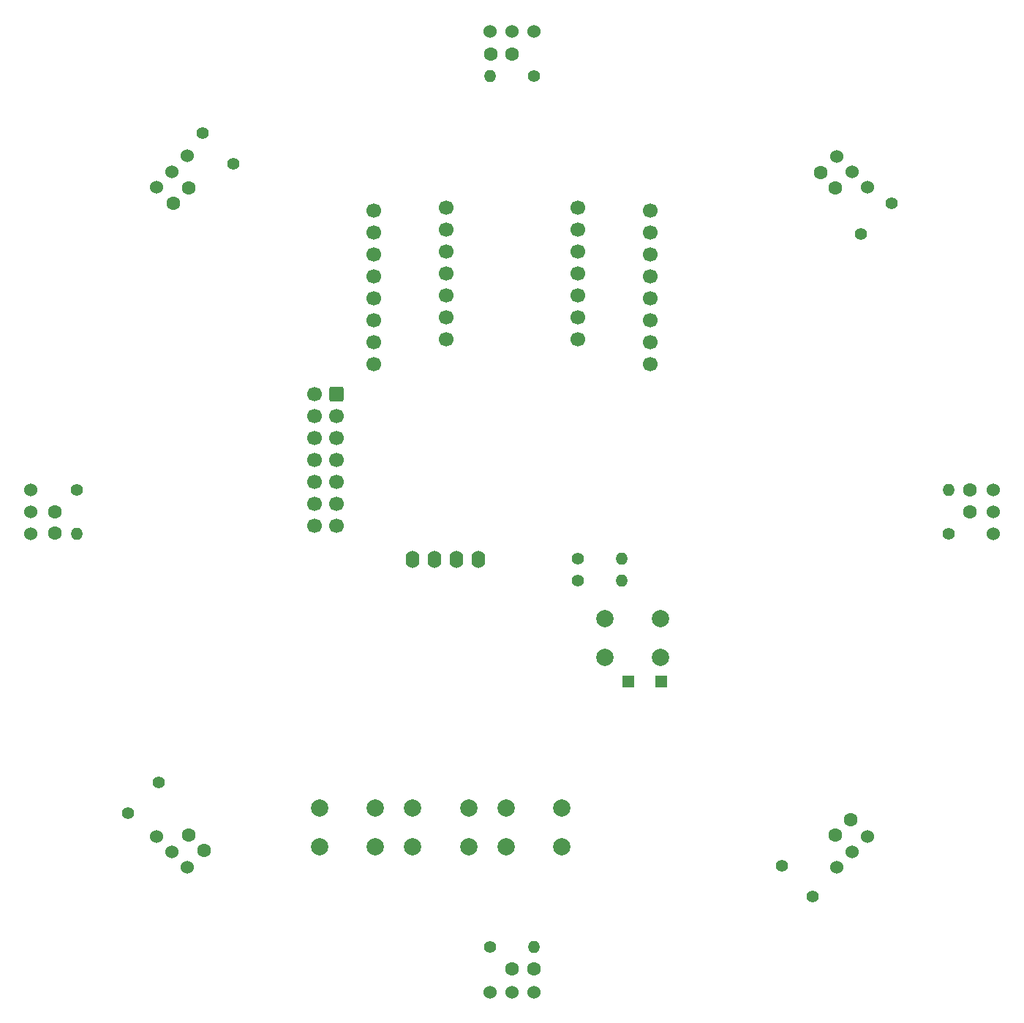
<source format=gbr>
%TF.GenerationSoftware,KiCad,Pcbnew,(6.0.11)*%
%TF.CreationDate,2023-10-13T17:07:53+09:00*%
%TF.ProjectId,sensors_board,73656e73-6f72-4735-9f62-6f6172642e6b,rev?*%
%TF.SameCoordinates,Original*%
%TF.FileFunction,Soldermask,Bot*%
%TF.FilePolarity,Negative*%
%FSLAX46Y46*%
G04 Gerber Fmt 4.6, Leading zero omitted, Abs format (unit mm)*
G04 Created by KiCad (PCBNEW (6.0.11)) date 2023-10-13 17:07:53*
%MOMM*%
%LPD*%
G01*
G04 APERTURE LIST*
G04 Aperture macros list*
%AMRoundRect*
0 Rectangle with rounded corners*
0 $1 Rounding radius*
0 $2 $3 $4 $5 $6 $7 $8 $9 X,Y pos of 4 corners*
0 Add a 4 corners polygon primitive as box body*
4,1,4,$2,$3,$4,$5,$6,$7,$8,$9,$2,$3,0*
0 Add four circle primitives for the rounded corners*
1,1,$1+$1,$2,$3*
1,1,$1+$1,$4,$5*
1,1,$1+$1,$6,$7*
1,1,$1+$1,$8,$9*
0 Add four rect primitives between the rounded corners*
20,1,$1+$1,$2,$3,$4,$5,0*
20,1,$1+$1,$4,$5,$6,$7,0*
20,1,$1+$1,$6,$7,$8,$9,0*
20,1,$1+$1,$8,$9,$2,$3,0*%
%AMHorizOval*
0 Thick line with rounded ends*
0 $1 width*
0 $2 $3 position (X,Y) of the first rounded end (center of the circle)*
0 $4 $5 position (X,Y) of the second rounded end (center of the circle)*
0 Add line between two ends*
20,1,$1,$2,$3,$4,$5,0*
0 Add two circle primitives to create the rounded ends*
1,1,$1,$2,$3*
1,1,$1,$4,$5*%
G04 Aperture macros list end*
%ADD10C,2.000000*%
%ADD11R,1.350000X1.350000*%
%ADD12C,1.400000*%
%ADD13O,1.400000X1.400000*%
%ADD14C,1.600000*%
%ADD15HorizOval,1.400000X0.000000X0.000000X0.000000X0.000000X0*%
%ADD16C,1.700000*%
%ADD17HorizOval,1.400000X0.000000X0.000000X0.000000X0.000000X0*%
%ADD18HorizOval,1.400000X0.000000X0.000000X0.000000X0.000000X0*%
%ADD19HorizOval,1.400000X0.000000X0.000000X0.000000X0.000000X0*%
%ADD20O,1.600000X2.000000*%
%ADD21C,1.524000*%
%ADD22RoundRect,0.250000X0.600000X0.600000X-0.600000X0.600000X-0.600000X-0.600000X0.600000X-0.600000X0*%
G04 APERTURE END LIST*
D10*
%TO.C,SW1*%
X147395000Y-136815000D03*
X140895000Y-136815000D03*
X140895000Y-141315000D03*
X147395000Y-141315000D03*
%TD*%
D11*
%TO.C,REF\u002A\u002A*%
X165862000Y-122174000D03*
%TD*%
D12*
%TO.C,R3*%
X202952545Y-105030000D03*
D13*
X202952545Y-99950000D03*
%TD*%
D14*
%TO.C,C2*%
X189848375Y-65041625D03*
X188080608Y-63273858D03*
%TD*%
D12*
%TO.C,R4*%
X187216051Y-147084051D03*
D15*
X183623949Y-143491949D03*
%TD*%
D10*
%TO.C,SW5*%
X169620000Y-119344000D03*
X163120000Y-119344000D03*
X169620000Y-114844000D03*
X163120000Y-114844000D03*
%TD*%
D14*
%TO.C,C6*%
X114951625Y-139938375D03*
X116719392Y-141706142D03*
%TD*%
D12*
%TO.C,R7*%
X101980000Y-99950000D03*
D13*
X101980000Y-105030000D03*
%TD*%
D10*
%TO.C,SW2*%
X130100000Y-136815000D03*
X136600000Y-136815000D03*
X130100000Y-141315000D03*
X136600000Y-141315000D03*
%TD*%
D14*
%TO.C,C8*%
X114951625Y-65041625D03*
X113183858Y-66809392D03*
%TD*%
%TO.C,C7*%
X99440000Y-102490000D03*
X99440000Y-104990000D03*
%TD*%
%TO.C,C4*%
X189848375Y-139938375D03*
X191616142Y-138170608D03*
%TD*%
%TO.C,C1*%
X152400000Y-49530000D03*
X149900000Y-49530000D03*
%TD*%
D11*
%TO.C,REF\u002A\u002A*%
X169672000Y-122174000D03*
%TD*%
D16*
%TO.C,U9*%
X144780000Y-67310000D03*
X144780000Y-69850000D03*
X144780000Y-72390000D03*
X144780000Y-74930000D03*
X144780000Y-77470000D03*
X144780000Y-80010000D03*
X144780000Y-82550000D03*
X160020000Y-82550000D03*
X160020000Y-80010000D03*
X160020000Y-77470000D03*
X160020000Y-74930000D03*
X160020000Y-72390000D03*
X160020000Y-69850000D03*
X160020000Y-67310000D03*
%TD*%
D12*
%TO.C,R8*%
X116567949Y-58655949D03*
D17*
X120160051Y-62248051D03*
%TD*%
D12*
%TO.C,R10*%
X160020000Y-107950000D03*
D13*
X165100000Y-107950000D03*
%TD*%
D12*
%TO.C,R6*%
X107931949Y-137432051D03*
D18*
X111524051Y-133839949D03*
%TD*%
D12*
%TO.C,R5*%
X149860000Y-152910000D03*
D13*
X154940000Y-152910000D03*
%TD*%
D14*
%TO.C,C5*%
X152400000Y-155450000D03*
X154900000Y-155450000D03*
%TD*%
D10*
%TO.C,SW3*%
X151690000Y-136815000D03*
X158190000Y-136815000D03*
X151690000Y-141315000D03*
X158190000Y-141315000D03*
%TD*%
D12*
%TO.C,R2*%
X196360051Y-66783949D03*
D19*
X192767949Y-70376051D03*
%TD*%
D12*
%TO.C,R1*%
X154940000Y-52070000D03*
D13*
X149860000Y-52070000D03*
%TD*%
D20*
%TO.C,Brd1*%
X140860000Y-108065000D03*
X143400000Y-108065000D03*
X145940000Y-108065000D03*
X148480000Y-108065000D03*
%TD*%
D14*
%TO.C,C3*%
X205360000Y-102490000D03*
X205360000Y-99990000D03*
%TD*%
D12*
%TO.C,R9*%
X160020000Y-110490000D03*
D13*
X165100000Y-110490000D03*
%TD*%
D21*
%TO.C,U1*%
X154940000Y-46857455D03*
X152400000Y-46857455D03*
X149860000Y-46857455D03*
%TD*%
%TO.C,U8*%
X114817275Y-61315172D03*
X113021224Y-63111224D03*
X111225172Y-64907275D03*
%TD*%
D16*
%TO.C,U10*%
X136400000Y-67621000D03*
X136400000Y-70161000D03*
X136400000Y-72701000D03*
X136400000Y-75241000D03*
X136400000Y-77781000D03*
X136400000Y-80321000D03*
X136400000Y-82861000D03*
X136400000Y-85401000D03*
X168400000Y-85401000D03*
X168400000Y-82861000D03*
X168400000Y-80321000D03*
X168400000Y-77781000D03*
X168400000Y-75241000D03*
X168400000Y-72701000D03*
X168400000Y-70161000D03*
X168400000Y-67621000D03*
%TD*%
D21*
%TO.C,U3*%
X208090000Y-105030000D03*
X208090000Y-102490000D03*
X208090000Y-99950000D03*
%TD*%
D22*
%TO.C,J1*%
X132080000Y-88900000D03*
D16*
X129540000Y-88900000D03*
X132080000Y-91440000D03*
X129540000Y-91440000D03*
X132080000Y-93980000D03*
X129540000Y-93980000D03*
X132080000Y-96520000D03*
X129540000Y-96520000D03*
X132080000Y-99060000D03*
X129540000Y-99060000D03*
X132080000Y-101600000D03*
X129540000Y-101600000D03*
X132080000Y-104140000D03*
X129540000Y-104140000D03*
%TD*%
D21*
%TO.C,U4*%
X189982725Y-143664828D03*
X191778776Y-141868776D03*
X193574828Y-140072725D03*
%TD*%
%TO.C,U7*%
X96710000Y-99950000D03*
X96710000Y-102490000D03*
X96710000Y-105030000D03*
%TD*%
%TO.C,U6*%
X111225172Y-140072725D03*
X113021224Y-141868776D03*
X114817275Y-143664828D03*
%TD*%
%TO.C,U2*%
X193534201Y-64947902D03*
X191738149Y-63151851D03*
X189942098Y-61355799D03*
%TD*%
%TO.C,U5*%
X149860000Y-158122545D03*
X152400000Y-158122545D03*
X154940000Y-158122545D03*
%TD*%
M02*

</source>
